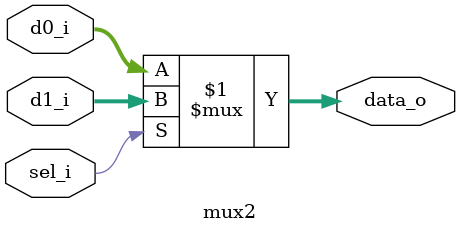
<source format=sv>

module mux2 #(
    parameter int WIDTH = 32
)(
    input  logic [WIDTH-1:0] d0_i, // Selected when sel_i = 0
    input  logic [WIDTH-1:0] d1_i, // Selected when sel_i = 1
    input  logic             sel_i,
    output logic [WIDTH-1:0] data_o
);

    assign data_o = (sel_i) ? d1_i : d0_i;

endmodule

</source>
